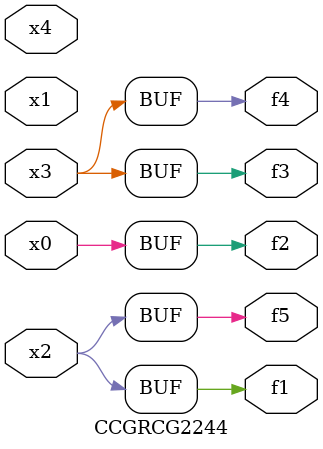
<source format=v>
module CCGRCG2244(
	input x0, x1, x2, x3, x4,
	output f1, f2, f3, f4, f5
);
	assign f1 = x2;
	assign f2 = x0;
	assign f3 = x3;
	assign f4 = x3;
	assign f5 = x2;
endmodule

</source>
